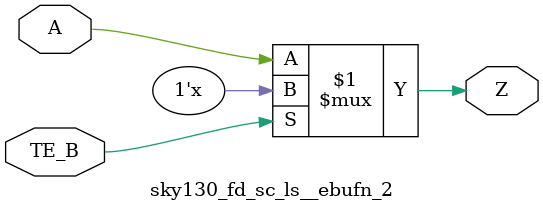
<source format=v>
/*
 * Copyright 2020 The SkyWater PDK Authors
 *
 * Licensed under the Apache License, Version 2.0 (the "License");
 * you may not use this file except in compliance with the License.
 * You may obtain a copy of the License at
 *
 *     https://www.apache.org/licenses/LICENSE-2.0
 *
 * Unless required by applicable law or agreed to in writing, software
 * distributed under the License is distributed on an "AS IS" BASIS,
 * WITHOUT WARRANTIES OR CONDITIONS OF ANY KIND, either express or implied.
 * See the License for the specific language governing permissions and
 * limitations under the License.
 *
 * SPDX-License-Identifier: Apache-2.0
*/


`ifndef SKY130_FD_SC_LS__EBUFN_2_FUNCTIONAL_V
`define SKY130_FD_SC_LS__EBUFN_2_FUNCTIONAL_V

/**
 * ebufn: Tri-state buffer, negative enable.
 *
 * Verilog simulation functional model.
 */

`timescale 1ns / 1ps
`default_nettype none

`celldefine
module sky130_fd_sc_ls__ebufn_2 (
    Z   ,
    A   ,
    TE_B
);

    // Module ports
    output Z   ;
    input  A   ;
    input  TE_B;

    //     Name     Output  Other arguments
    bufif0 bufif00 (Z     , A, TE_B        );

endmodule
`endcelldefine

`default_nettype wire
`endif  // SKY130_FD_SC_LS__EBUFN_2_FUNCTIONAL_V

</source>
